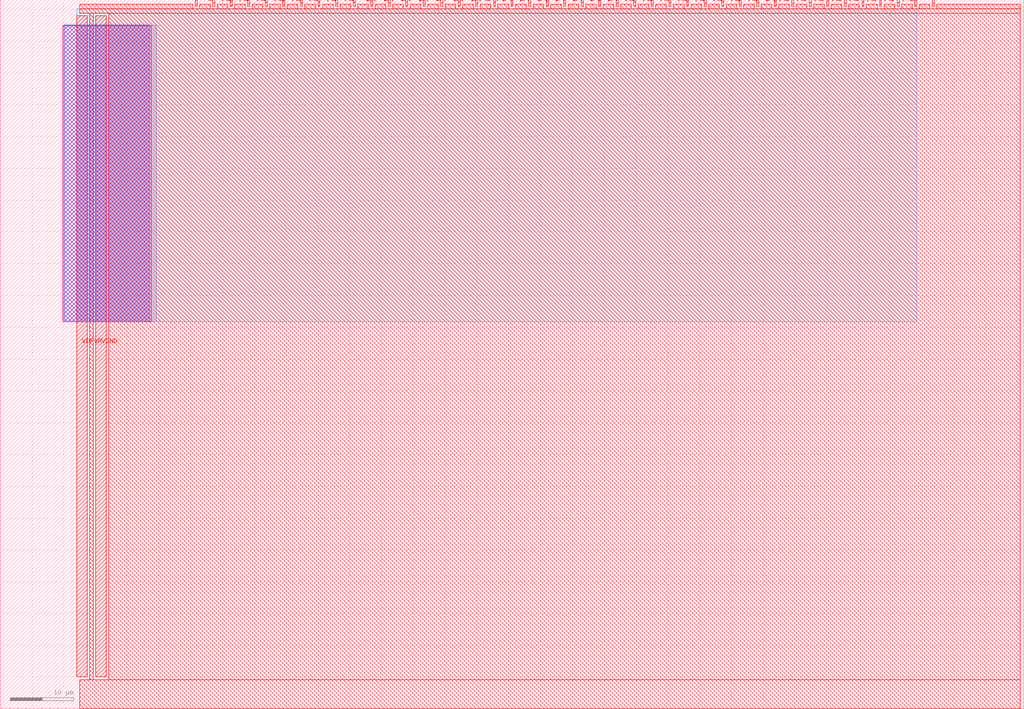
<source format=lef>
VERSION 5.7 ;
  NOWIREEXTENSIONATPIN ON ;
  DIVIDERCHAR "/" ;
  BUSBITCHARS "[]" ;
MACRO tt_um_rebelmike_incrementer
  CLASS BLOCK ;
  FOREIGN tt_um_rebelmike_incrementer ;
  ORIGIN 0.000 0.000 ;
  SIZE 161.000 BY 111.520 ;
  PIN clk
    DIRECTION INPUT ;
    USE SIGNAL ;
    ANTENNAGATEAREA 0.426000 ;
    PORT
      LAYER met4 ;
        RECT 143.830 110.520 144.130 111.520 ;
    END
  END clk
  PIN ena
    DIRECTION INPUT ;
    USE SIGNAL ;
    PORT
      LAYER met4 ;
        RECT 146.590 110.520 146.890 111.520 ;
    END
  END ena
  PIN rst_n
    DIRECTION INPUT ;
    USE SIGNAL ;
    ANTENNAGATEAREA 0.495000 ;
    PORT
      LAYER met4 ;
        RECT 141.070 110.520 141.370 111.520 ;
    END
  END rst_n
  PIN ui_in[0]
    DIRECTION INPUT ;
    USE SIGNAL ;
    ANTENNAGATEAREA 0.471000 ;
    ANTENNADIFFAREA 0.275500 ;
    PORT
      LAYER met4 ;
        RECT 138.310 110.520 138.610 111.520 ;
    END
  END ui_in[0]
  PIN ui_in[1]
    DIRECTION INPUT ;
    USE SIGNAL ;
    PORT
      LAYER met4 ;
        RECT 135.550 110.520 135.850 111.520 ;
    END
  END ui_in[1]
  PIN ui_in[2]
    DIRECTION INPUT ;
    USE SIGNAL ;
    PORT
      LAYER met4 ;
        RECT 132.790 110.520 133.090 111.520 ;
    END
  END ui_in[2]
  PIN ui_in[3]
    DIRECTION INPUT ;
    USE SIGNAL ;
    PORT
      LAYER met4 ;
        RECT 130.030 110.520 130.330 111.520 ;
    END
  END ui_in[3]
  PIN ui_in[4]
    DIRECTION INPUT ;
    USE SIGNAL ;
    PORT
      LAYER met4 ;
        RECT 127.270 110.520 127.570 111.520 ;
    END
  END ui_in[4]
  PIN ui_in[5]
    DIRECTION INPUT ;
    USE SIGNAL ;
    PORT
      LAYER met4 ;
        RECT 124.510 110.520 124.810 111.520 ;
    END
  END ui_in[5]
  PIN ui_in[6]
    DIRECTION INPUT ;
    USE SIGNAL ;
    PORT
      LAYER met4 ;
        RECT 121.750 110.520 122.050 111.520 ;
    END
  END ui_in[6]
  PIN ui_in[7]
    DIRECTION INPUT ;
    USE SIGNAL ;
    PORT
      LAYER met4 ;
        RECT 118.990 110.520 119.290 111.520 ;
    END
  END ui_in[7]
  PIN uio_in[0]
    DIRECTION INPUT ;
    USE SIGNAL ;
    PORT
      LAYER met4 ;
        RECT 116.230 110.520 116.530 111.520 ;
    END
  END uio_in[0]
  PIN uio_in[1]
    DIRECTION INPUT ;
    USE SIGNAL ;
    PORT
      LAYER met4 ;
        RECT 113.470 110.520 113.770 111.520 ;
    END
  END uio_in[1]
  PIN uio_in[2]
    DIRECTION INPUT ;
    USE SIGNAL ;
    PORT
      LAYER met4 ;
        RECT 110.710 110.520 111.010 111.520 ;
    END
  END uio_in[2]
  PIN uio_in[3]
    DIRECTION INPUT ;
    USE SIGNAL ;
    PORT
      LAYER met4 ;
        RECT 107.950 110.520 108.250 111.520 ;
    END
  END uio_in[3]
  PIN uio_in[4]
    DIRECTION INPUT ;
    USE SIGNAL ;
    PORT
      LAYER met4 ;
        RECT 105.190 110.520 105.490 111.520 ;
    END
  END uio_in[4]
  PIN uio_in[5]
    DIRECTION INPUT ;
    USE SIGNAL ;
    PORT
      LAYER met4 ;
        RECT 102.430 110.520 102.730 111.520 ;
    END
  END uio_in[5]
  PIN uio_in[6]
    DIRECTION INPUT ;
    USE SIGNAL ;
    PORT
      LAYER met4 ;
        RECT 99.670 110.520 99.970 111.520 ;
    END
  END uio_in[6]
  PIN uio_in[7]
    DIRECTION INPUT ;
    USE SIGNAL ;
    PORT
      LAYER met4 ;
        RECT 96.910 110.520 97.210 111.520 ;
    END
  END uio_in[7]
  PIN uio_oe[0]
    DIRECTION OUTPUT ;
    USE SIGNAL ;
    ANTENNADIFFAREA 29.428749 ;
    PORT
      LAYER met4 ;
        RECT 49.990 110.520 50.290 111.520 ;
    END
  END uio_oe[0]
  PIN uio_oe[1]
    DIRECTION OUTPUT ;
    USE SIGNAL ;
    ANTENNADIFFAREA 29.428749 ;
    PORT
      LAYER met4 ;
        RECT 47.230 110.520 47.530 111.520 ;
    END
  END uio_oe[1]
  PIN uio_oe[2]
    DIRECTION OUTPUT ;
    USE SIGNAL ;
    ANTENNADIFFAREA 29.428749 ;
    PORT
      LAYER met4 ;
        RECT 44.470 110.520 44.770 111.520 ;
    END
  END uio_oe[2]
  PIN uio_oe[3]
    DIRECTION OUTPUT ;
    USE SIGNAL ;
    ANTENNADIFFAREA 29.428749 ;
    PORT
      LAYER met4 ;
        RECT 41.710 110.520 42.010 111.520 ;
    END
  END uio_oe[3]
  PIN uio_oe[4]
    DIRECTION OUTPUT ;
    USE SIGNAL ;
    ANTENNADIFFAREA 29.428749 ;
    PORT
      LAYER met4 ;
        RECT 38.950 110.520 39.250 111.520 ;
    END
  END uio_oe[4]
  PIN uio_oe[5]
    DIRECTION OUTPUT ;
    USE SIGNAL ;
    ANTENNADIFFAREA 29.428749 ;
    PORT
      LAYER met4 ;
        RECT 36.190 110.520 36.490 111.520 ;
    END
  END uio_oe[5]
  PIN uio_oe[6]
    DIRECTION OUTPUT ;
    USE SIGNAL ;
    ANTENNADIFFAREA 29.428749 ;
    PORT
      LAYER met4 ;
        RECT 33.430 110.520 33.730 111.520 ;
    END
  END uio_oe[6]
  PIN uio_oe[7]
    DIRECTION OUTPUT ;
    USE SIGNAL ;
    ANTENNADIFFAREA 29.428749 ;
    PORT
      LAYER met4 ;
        RECT 30.670 110.520 30.970 111.520 ;
    END
  END uio_oe[7]
  PIN uio_out[0]
    DIRECTION OUTPUT ;
    USE SIGNAL ;
    ANTENNAGATEAREA 0.126000 ;
    ANTENNADIFFAREA 0.780400 ;
    PORT
      LAYER met4 ;
        RECT 72.070 110.520 72.370 111.520 ;
    END
  END uio_out[0]
  PIN uio_out[1]
    DIRECTION OUTPUT ;
    USE SIGNAL ;
    ANTENNAGATEAREA 0.126000 ;
    ANTENNADIFFAREA 0.780400 ;
    PORT
      LAYER met4 ;
        RECT 69.310 110.520 69.610 111.520 ;
    END
  END uio_out[1]
  PIN uio_out[2]
    DIRECTION OUTPUT ;
    USE SIGNAL ;
    ANTENNAGATEAREA 0.126000 ;
    ANTENNADIFFAREA 0.780400 ;
    PORT
      LAYER met4 ;
        RECT 66.550 110.520 66.850 111.520 ;
    END
  END uio_out[2]
  PIN uio_out[3]
    DIRECTION OUTPUT ;
    USE SIGNAL ;
    ANTENNAGATEAREA 0.126000 ;
    ANTENNADIFFAREA 0.780400 ;
    PORT
      LAYER met4 ;
        RECT 63.790 110.520 64.090 111.520 ;
    END
  END uio_out[3]
  PIN uio_out[4]
    DIRECTION OUTPUT ;
    USE SIGNAL ;
    ANTENNAGATEAREA 0.126000 ;
    ANTENNADIFFAREA 0.780400 ;
    PORT
      LAYER met4 ;
        RECT 61.030 110.520 61.330 111.520 ;
    END
  END uio_out[4]
  PIN uio_out[5]
    DIRECTION OUTPUT ;
    USE SIGNAL ;
    ANTENNAGATEAREA 0.126000 ;
    ANTENNADIFFAREA 0.780400 ;
    PORT
      LAYER met4 ;
        RECT 58.270 110.520 58.570 111.520 ;
    END
  END uio_out[5]
  PIN uio_out[6]
    DIRECTION OUTPUT ;
    USE SIGNAL ;
    ANTENNAGATEAREA 0.126000 ;
    ANTENNADIFFAREA 0.780400 ;
    PORT
      LAYER met4 ;
        RECT 55.510 110.520 55.810 111.520 ;
    END
  END uio_out[6]
  PIN uio_out[7]
    DIRECTION OUTPUT ;
    USE SIGNAL ;
    ANTENNAGATEAREA 0.126000 ;
    ANTENNADIFFAREA 0.780400 ;
    PORT
      LAYER met4 ;
        RECT 52.750 110.520 53.050 111.520 ;
    END
  END uio_out[7]
  PIN uo_out[0]
    DIRECTION OUTPUT ;
    USE SIGNAL ;
    ANTENNAGATEAREA 0.126000 ;
    ANTENNADIFFAREA 0.780400 ;
    PORT
      LAYER met4 ;
        RECT 94.150 110.520 94.450 111.520 ;
    END
  END uo_out[0]
  PIN uo_out[1]
    DIRECTION OUTPUT ;
    USE SIGNAL ;
    ANTENNAGATEAREA 0.126000 ;
    ANTENNADIFFAREA 0.780400 ;
    PORT
      LAYER met4 ;
        RECT 91.390 110.520 91.690 111.520 ;
    END
  END uo_out[1]
  PIN uo_out[2]
    DIRECTION OUTPUT ;
    USE SIGNAL ;
    ANTENNAGATEAREA 0.126000 ;
    ANTENNADIFFAREA 0.780400 ;
    PORT
      LAYER met4 ;
        RECT 88.630 110.520 88.930 111.520 ;
    END
  END uo_out[2]
  PIN uo_out[3]
    DIRECTION OUTPUT ;
    USE SIGNAL ;
    ANTENNAGATEAREA 0.126000 ;
    ANTENNADIFFAREA 0.780400 ;
    PORT
      LAYER met4 ;
        RECT 85.870 110.520 86.170 111.520 ;
    END
  END uo_out[3]
  PIN uo_out[4]
    DIRECTION OUTPUT ;
    USE SIGNAL ;
    ANTENNAGATEAREA 0.126000 ;
    ANTENNADIFFAREA 0.780400 ;
    PORT
      LAYER met4 ;
        RECT 83.110 110.520 83.410 111.520 ;
    END
  END uo_out[4]
  PIN uo_out[5]
    DIRECTION OUTPUT ;
    USE SIGNAL ;
    ANTENNAGATEAREA 0.126000 ;
    ANTENNADIFFAREA 0.780400 ;
    PORT
      LAYER met4 ;
        RECT 80.350 110.520 80.650 111.520 ;
    END
  END uo_out[5]
  PIN uo_out[6]
    DIRECTION OUTPUT ;
    USE SIGNAL ;
    ANTENNAGATEAREA 0.126000 ;
    ANTENNADIFFAREA 0.780400 ;
    PORT
      LAYER met4 ;
        RECT 77.590 110.520 77.890 111.520 ;
    END
  END uo_out[6]
  PIN uo_out[7]
    DIRECTION OUTPUT ;
    USE SIGNAL ;
    ANTENNAGATEAREA 0.126000 ;
    ANTENNADIFFAREA 0.780400 ;
    PORT
      LAYER met4 ;
        RECT 74.830 110.520 75.130 111.520 ;
    END
  END uo_out[7]
  PIN VDPWR
    DIRECTION INOUT ;
    USE POWER ;
    PORT
      LAYER met4 ;
        RECT 12.000 5.000 13.700 109.000 ;
    END
  END VDPWR
  PIN VGND
    DIRECTION INOUT ;
    USE GROUND ;
    PORT
      LAYER met4 ;
        RECT 15.000 5.000 16.700 109.000 ;
    END
  END VGND
  OBS
      LAYER nwell ;
        RECT 9.810 60.890 23.725 107.405 ;
      LAYER li1 ;
        RECT 10.000 60.990 23.535 107.405 ;
      LAYER met1 ;
        RECT 10.000 60.840 23.505 107.560 ;
      LAYER met2 ;
        RECT 10.090 60.910 24.500 107.490 ;
      LAYER met3 ;
        RECT 12.000 60.910 144.190 110.140 ;
      LAYER met4 ;
        RECT 12.500 110.120 30.270 110.820 ;
        RECT 31.370 110.120 33.030 110.820 ;
        RECT 34.130 110.120 35.790 110.820 ;
        RECT 36.890 110.120 38.550 110.820 ;
        RECT 39.650 110.120 41.310 110.820 ;
        RECT 42.410 110.120 44.070 110.820 ;
        RECT 45.170 110.120 46.830 110.820 ;
        RECT 47.930 110.120 49.590 110.820 ;
        RECT 50.690 110.120 52.350 110.820 ;
        RECT 53.450 110.120 55.110 110.820 ;
        RECT 56.210 110.120 57.870 110.820 ;
        RECT 58.970 110.120 60.630 110.820 ;
        RECT 61.730 110.120 63.390 110.820 ;
        RECT 64.490 110.120 66.150 110.820 ;
        RECT 67.250 110.120 68.910 110.820 ;
        RECT 70.010 110.120 71.670 110.820 ;
        RECT 72.770 110.120 74.430 110.820 ;
        RECT 75.530 110.120 77.190 110.820 ;
        RECT 78.290 110.120 79.950 110.820 ;
        RECT 81.050 110.120 82.710 110.820 ;
        RECT 83.810 110.120 85.470 110.820 ;
        RECT 86.570 110.120 88.230 110.820 ;
        RECT 89.330 110.120 90.990 110.820 ;
        RECT 92.090 110.120 93.750 110.820 ;
        RECT 94.850 110.120 96.510 110.820 ;
        RECT 97.610 110.120 99.270 110.820 ;
        RECT 100.370 110.120 102.030 110.820 ;
        RECT 103.130 110.120 104.790 110.820 ;
        RECT 105.890 110.120 107.550 110.820 ;
        RECT 108.650 110.120 110.310 110.820 ;
        RECT 111.410 110.120 113.070 110.820 ;
        RECT 114.170 110.120 115.830 110.820 ;
        RECT 116.930 110.120 118.590 110.820 ;
        RECT 119.690 110.120 121.350 110.820 ;
        RECT 122.450 110.120 124.110 110.820 ;
        RECT 125.210 110.120 126.870 110.820 ;
        RECT 127.970 110.120 129.630 110.820 ;
        RECT 130.730 110.120 132.390 110.820 ;
        RECT 133.490 110.120 135.150 110.820 ;
        RECT 136.250 110.120 137.910 110.820 ;
        RECT 139.010 110.120 140.670 110.820 ;
        RECT 141.770 110.120 143.430 110.820 ;
        RECT 144.530 110.120 146.190 110.820 ;
        RECT 147.290 110.120 160.400 110.820 ;
        RECT 12.500 109.400 160.400 110.120 ;
        RECT 14.100 4.600 14.600 109.400 ;
        RECT 17.100 4.600 160.400 109.400 ;
        RECT 12.500 0.000 160.400 4.600 ;
  END
END tt_um_rebelmike_incrementer
END LIBRARY


</source>
